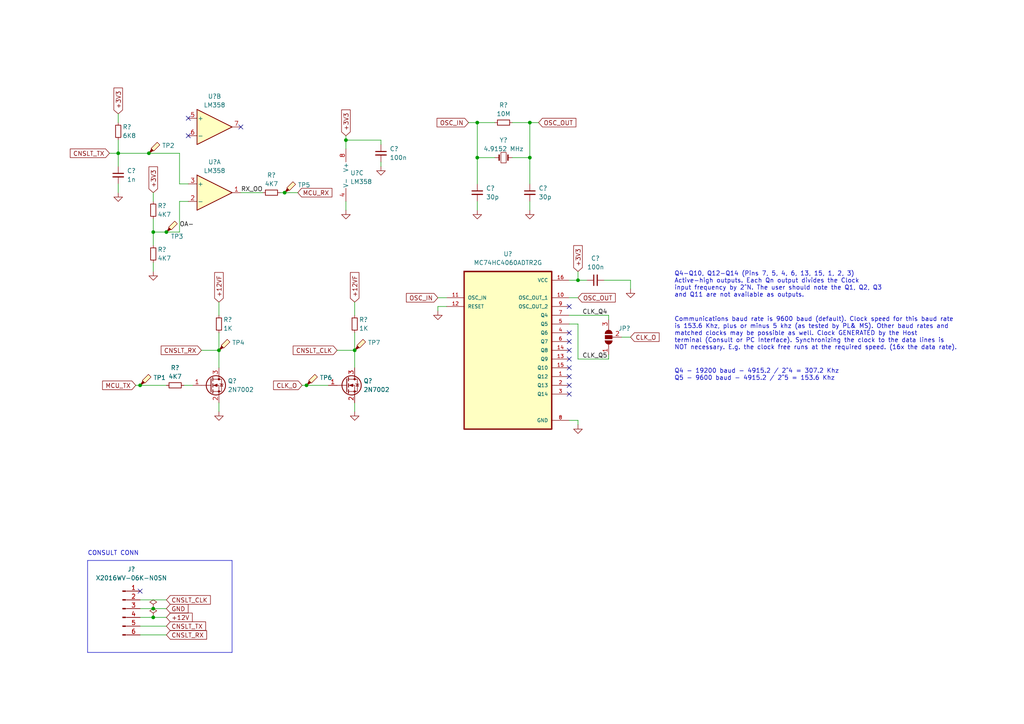
<source format=kicad_sch>
(kicad_sch (version 20230121) (generator eeschema)
  (paper "A4")
  (lib_symbols
    (symbol "Amplifier_Operational:LM358" (pin_names (offset 0.127))
      (property "Reference" "U" (at 0 5.08 0))
      (property "Value" "LM358" (at 0 -5.08 0))
      (symbol "LM358_1_1"
        (polyline (pts (xy -5.08 5.08) (xy 5.08 0) (xy -5.08 -5.08) (xy -5.08 5.08)) (stroke (width 0.254)) (fill (type background)))
        (pin output line (at 7.62 0 180) (length 2.54) (name "~") (number "1"))
        (pin input line (at -7.62 -2.54 0) (length 2.54) (name "-") (number "2"))
        (pin input line (at -7.62 2.54 0) (length 2.54) (name "+") (number "3"))
      )
      (symbol "LM358_2_1"
        (polyline (pts (xy -5.08 5.08) (xy 5.08 0) (xy -5.08 -5.08) (xy -5.08 5.08)) (stroke (width 0.254)) (fill (type background)))
        (pin input line (at -7.62 2.54 0) (length 2.54) (name "+") (number "5"))
        (pin input line (at -7.62 -2.54 0) (length 2.54) (name "-") (number "6"))
        (pin output line (at 7.62 0 180) (length 2.54) (name "~") (number "7"))
      )
      (symbol "LM358_3_1"
        (pin power_in line (at -2.54 -7.62 90) (length 3.81) (name "V-") (number "4"))
        (pin power_in line (at -2.54 7.62 270) (length 3.81) (name "V+") (number "8"))
      )
    )
    (symbol "Connector:Conn_01x06_Pin" (pin_names (offset 1.016) hide)
      (property "Reference" "J" (at 0 7.62 0))
      (property "Value" "Conn_01x06_Pin" (at 0 -10.16 0))
      (symbol "Conn_01x06_Pin_1_1"
        (polyline (pts (xy 1.27 -7.62) (xy 0.8636 -7.62)) (stroke (width 0.1524)))
        (polyline (pts (xy 1.27 -5.08) (xy 0.8636 -5.08)) (stroke (width 0.1524)))
        (polyline (pts (xy 1.27 -2.54) (xy 0.8636 -2.54)) (stroke (width 0.1524)))
        (polyline (pts (xy 1.27 0) (xy 0.8636 0)) (stroke (width 0.1524)))
        (polyline (pts (xy 1.27 2.54) (xy 0.8636 2.54)) (stroke (width 0.1524)))
        (polyline (pts (xy 1.27 5.08) (xy 0.8636 5.08)) (stroke (width 0.1524)))
        (rectangle (start 0.8636 -7.493) (end 0 -7.747) (stroke (width 0.1524)) (fill (type outline)))
        (rectangle (start 0.8636 -4.953) (end 0 -5.207) (stroke (width 0.1524)) (fill (type outline)))
        (rectangle (start 0.8636 -2.413) (end 0 -2.667) (stroke (width 0.1524)) (fill (type outline)))
        (rectangle (start 0.8636 0.127) (end 0 -0.127) (stroke (width 0.1524)) (fill (type outline)))
        (rectangle (start 0.8636 2.667) (end 0 2.413) (stroke (width 0.1524)) (fill (type outline)))
        (rectangle (start 0.8636 5.207) (end 0 4.953) (stroke (width 0.1524)) (fill (type outline)))
        (pin passive line (at 5.08 5.08 180) (length 3.81) (name "Pin_1") (number "1"))
        (pin passive line (at 5.08 2.54 180) (length 3.81) (name "Pin_2") (number "2"))
        (pin passive line (at 5.08 0 180) (length 3.81) (name "Pin_3") (number "3"))
        (pin passive line (at 5.08 -2.54 180) (length 3.81) (name "Pin_4") (number "4"))
        (pin passive line (at 5.08 -5.08 180) (length 3.81) (name "Pin_5") (number "5"))
        (pin passive line (at 5.08 -7.62 180) (length 3.81) (name "Pin_6") (number "6"))
      )
    )
    (symbol "Connector:TestPoint_Probe" (pin_numbers hide) (pin_names (offset 0.762) hide)
      (property "Reference" "TP" (at 1.651 5.842 0))
      (property "Value" "TestPoint_Probe" (at 1.651 4.064 0))
      (symbol "TestPoint_Probe_0_1"
        (polyline (pts (xy 1.27 0.762) (xy 0 0) (xy 0.762 1.27) (xy 1.27 0.762)) (fill (type outline)))
        (polyline (pts (xy 1.397 0.635) (xy 0.635 1.397) (xy 2.413 3.175) (xy 3.175 2.413) (xy 1.397 0.635)) (fill (type background)))
      )
      (symbol "TestPoint_Probe_1_1"
        (pin passive line (at 0 0 90) (length 0) (name "1") (number "1"))
      )
    )
    (symbol "Device:C_Small" (pin_numbers hide) (pin_names (offset 0.254) hide)
      (property "Reference" "C" (at 0.254 1.778 0))
      (property "Value" "C_Small" (at 0.254 -2.032 0))
      (symbol "C_Small_0_1"
        (polyline (pts (xy -1.524 -0.508) (xy 1.524 -0.508)) (stroke (width 0.3302)))
        (polyline (pts (xy -1.524 0.508) (xy 1.524 0.508)) (stroke (width 0.3048)))
      )
      (symbol "C_Small_1_1"
        (pin passive line (at 0 2.54 270) (length 2.032) (name "~") (number "1"))
        (pin passive line (at 0 -2.54 90) (length 2.032) (name "~") (number "2"))
      )
    )
    (symbol "Device:Crystal_Small" (pin_numbers hide) (pin_names (offset 1.016) hide)
      (property "Reference" "Y" (at 0 2.54 0))
      (property "Value" "Crystal_Small" (at 0 -2.54 0))
      (symbol "Crystal_Small_0_1"
        (rectangle (start -0.762 -1.524) (end 0.762 1.524))
        (polyline (pts (xy -1.27 -0.762) (xy -1.27 0.762)) (stroke (width 0.381)))
        (polyline (pts (xy 1.27 -0.762) (xy 1.27 0.762)) (stroke (width 0.381)))
      )
      (symbol "Crystal_Small_1_1"
        (pin passive line (at -2.54 0 0) (length 1.27) (name "1") (number "1"))
        (pin passive line (at 2.54 0 180) (length 1.27) (name "2") (number "2"))
      )
    )
    (symbol "Device:R_Small" (pin_numbers hide) (pin_names (offset 0.254) hide)
      (property "Reference" "R" (at 0.762 0.508 0))
      (property "Value" "R_Small" (at 0.762 -1.016 0))
      (symbol "R_Small_0_1"
        (rectangle (start -0.762 1.778) (end 0.762 -1.778) (stroke (width 0.2032)))
      )
      (symbol "R_Small_1_1"
        (pin passive line (at 0 2.54 270) (length 0.762) (name "~") (number "1"))
        (pin passive line (at 0 -2.54 90) (length 0.762) (name "~") (number "2"))
      )
    )
    (symbol "Jumper:SolderJumper_3_Open" (pin_names (offset 0) hide)
      (property "Reference" "JP" (at -2.54 -2.54 0))
      (property "Value" "SolderJumper_3_Open" (at 0 2.794 0))
      (symbol "SolderJumper_3_Open_0_1"
        (arc (start -1.016 1.016) (mid -2.0276 0) (end -1.016 -1.016))
        (arc (start -1.016 1.016) (mid -2.0276 0) (end -1.016 -1.016) (fill (type outline)))
        (rectangle (start -0.508 1.016) (end 0.508 -1.016) (fill (type outline)))
        (polyline (pts (xy -2.54 0) (xy -2.032 0)))
        (polyline (pts (xy -1.016 1.016) (xy -1.016 -1.016)))
        (polyline (pts (xy 0 -1.27) (xy 0 -1.016)))
        (polyline (pts (xy 1.016 1.016) (xy 1.016 -1.016)))
        (polyline (pts (xy 2.54 0) (xy 2.032 0)))
        (arc (start 1.016 -1.016) (mid 2.0276 0) (end 1.016 1.016))
        (arc (start 1.016 -1.016) (mid 2.0276 0) (end 1.016 1.016) (fill (type outline)))
      )
      (symbol "SolderJumper_3_Open_1_1"
        (pin passive line (at -5.08 0 0) (length 2.54) (name "A") (number "1"))
        (pin passive line (at 0 -3.81 90) (length 2.54) (name "C") (number "2"))
        (pin passive line (at 5.08 0 180) (length 2.54) (name "B") (number "3"))
      )
    )
    (symbol "Transistor_FET:2N7002" (pin_names hide)
      (property "Reference" "Q" (at 5.08 1.905 0))
      (property "Value" "2N7002" (at 5.08 0 0))
      (symbol "2N7002_0_1"
        (polyline (pts (xy 0.254 0) (xy -2.54 0)))
        (polyline (pts (xy 0.254 1.905) (xy 0.254 -1.905)) (stroke (width 0.254)))
        (polyline (pts (xy 0.762 -1.27) (xy 0.762 -2.286)) (stroke (width 0.254)))
        (polyline (pts (xy 0.762 0.508) (xy 0.762 -0.508)) (stroke (width 0.254)))
        (polyline (pts (xy 0.762 2.286) (xy 0.762 1.27)) (stroke (width 0.254)))
        (polyline (pts (xy 2.54 2.54) (xy 2.54 1.778)))
        (polyline (pts (xy 2.54 -2.54) (xy 2.54 0) (xy 0.762 0)))
        (polyline (pts (xy 0.762 -1.778) (xy 3.302 -1.778) (xy 3.302 1.778) (xy 0.762 1.778)))
        (polyline (pts (xy 1.016 0) (xy 2.032 0.381) (xy 2.032 -0.381) (xy 1.016 0)) (fill (type outline)))
        (polyline (pts (xy 2.794 0.508) (xy 2.921 0.381) (xy 3.683 0.381) (xy 3.81 0.254)))
        (polyline (pts (xy 3.302 0.381) (xy 2.921 -0.254) (xy 3.683 -0.254) (xy 3.302 0.381)))
        (circle (center 1.651 0) (radius 2.794) (stroke (width 0.254)))
        (circle (center 2.54 -1.778) (radius 0.254) (fill (type outline)))
        (circle (center 2.54 1.778) (radius 0.254) (fill (type outline)))
      )
      (symbol "2N7002_1_1"
        (pin input line (at -5.08 0 0) (length 2.54) (name "G") (number "1"))
        (pin passive line (at 2.54 -5.08 90) (length 2.54) (name "S") (number "2"))
        (pin passive line (at 2.54 5.08 270) (length 2.54) (name "D") (number "3"))
      )
    )
    (symbol "local:MC74HC4060ADG" (pin_names (offset 1.016))
      (property "Reference" "U" (at -12.7 23.86 0))
      (property "Value" "MC74HC4060ADG" (at -12.7 -26.86 0))
      (symbol "MC74HC4060ADG_0_0"
        (rectangle (start -12.7 -22.86) (end 12.7 22.86) (stroke (width 0.41)) (fill (type background)))
        (pin output line (at 17.78 -7.62 180) (length 5.08) (name "Q12") (number "1"))
        (pin output line (at 17.78 15.24 180) (length 5.08) (name "OSC_OUT_1") (number "10"))
        (pin input line (at -17.78 15.24 0) (length 5.08) (name "OSC_IN") (number "11"))
        (pin input line (at -17.78 12.7 0) (length 5.08) (name "RESET") (number "12"))
        (pin output line (at 17.78 -2.54 180) (length 5.08) (name "Q9") (number "13"))
        (pin output line (at 17.78 0 180) (length 5.08) (name "Q8") (number "14"))
        (pin output line (at 17.78 -5.08 180) (length 5.08) (name "Q10") (number "15"))
        (pin power_in line (at 17.78 20.32 180) (length 5.08) (name "VCC") (number "16"))
        (pin output line (at 17.78 -10.16 180) (length 5.08) (name "Q13") (number "2"))
        (pin output line (at 17.78 -12.7 180) (length 5.08) (name "Q14") (number "3"))
        (pin output line (at 17.78 5.08 180) (length 5.08) (name "Q6") (number "4"))
        (pin output line (at 17.78 7.62 180) (length 5.08) (name "Q5") (number "5"))
        (pin output line (at 17.78 2.54 180) (length 5.08) (name "Q7") (number "6"))
        (pin output line (at 17.78 10.16 180) (length 5.08) (name "Q4") (number "7"))
        (pin power_in line (at 17.78 -20.32 180) (length 5.08) (name "GND") (number "8"))
        (pin output line (at 17.78 12.7 180) (length 5.08) (name "OSC_OUT_2") (number "9"))
      )
    )
    (symbol "power:GND" (power) (pin_names (offset 0))
      (property "Value" "GND" (at 0 -3.81 0))
      (symbol "GND_0_1"
        (polyline (pts (xy 0 0) (xy 0 -1.27) (xy 1.27 -1.27) (xy 0 -2.54) (xy -1.27 -1.27) (xy 0 -1.27)))
      )
      (symbol "GND_1_1"
        (pin power_in line (at 0 0 270) (length 0) hide (name "GND") (number "1"))
      )
    )
    (symbol "power:PWR_FLAG" (power) (pin_numbers hide) (pin_names (offset 0) hide)
      (property "Value" "PWR_FLAG" (at 0 3.81 0))
      (symbol "PWR_FLAG_0_0"
        (pin power_out line (at 0 0 90) (length 0) (name "pwr") (number "1"))
      )
      (symbol "PWR_FLAG_0_1"
        (polyline (pts (xy 0 0) (xy 0 1.27) (xy -1.016 1.905) (xy 0 2.54) (xy 1.016 1.905) (xy 0 1.27)))
      )
    )
  )
  (junction (at 34.29 44.45))
  (junction (at 40.64 111.76))
  (junction (at 100.33 40.64))
  (junction (at 82.55 55.88))
  (junction (at 48.26 67.31))
  (junction (at 167.64 81.28))
  (junction (at 63.5 101.6))
  (junction (at 43.18 44.45))
  (junction (at 88.9 111.76))
  (junction (at 44.45 67.31))
  (junction (at 153.67 35.56))
  (junction (at 44.45 179.07))
  (junction (at 138.43 45.72))
  (junction (at 138.43 35.56))
  (junction (at 153.67 45.72))
  (junction (at 44.45 176.53))
  (junction (at 102.87 101.6))
  (no_connect (at 165.1 111.76))
  (no_connect (at 54.61 34.29))
  (no_connect (at 165.1 114.3))
  (no_connect (at 165.1 106.68))
  (no_connect (at 165.1 88.9))
  (no_connect (at 69.85 36.83))
  (no_connect (at 54.61 39.37))
  (no_connect (at 165.1 99.06))
  (no_connect (at 165.1 96.52))
  (no_connect (at 165.1 104.14))
  (no_connect (at 165.1 101.6))
  (no_connect (at 165.1 109.22))
  (no_connect (at 40.64 171.45))
  (wire (pts (xy 100.33 60.96) (xy 100.33 58.42)))
  (wire (pts (xy 63.5 101.6) (xy 58.42 101.6)))
  (wire (pts (xy 43.18 44.45) (xy 52.07 44.45)))
  (wire (pts (xy 176.53 91.44) (xy 176.53 92.71)))
  (wire (pts (xy 167.64 81.28) (xy 170.18 81.28)))
  (wire (pts (xy 44.45 67.31) (xy 44.45 71.12)))
  (wire (pts (xy 82.55 55.88) (xy 86.36 55.88)))
  (wire (pts (xy 31.75 44.45) (xy 34.29 44.45)))
  (wire (pts (xy 110.49 41.91) (xy 110.49 40.64)))
  (wire (pts (xy 148.59 35.56) (xy 153.67 35.56)))
  (wire (pts (xy 63.5 87.63) (xy 63.5 91.44)))
  (wire (pts (xy 148.59 45.72) (xy 153.67 45.72)))
  (polyline (pts (xy 25.4 189.23) (xy 25.4 162.56)))
  (wire (pts (xy 87.63 111.76) (xy 88.9 111.76)))
  (wire (pts (xy 102.87 119.38) (xy 102.87 116.84)))
  (wire (pts (xy 100.33 39.37) (xy 100.33 40.64)))
  (wire (pts (xy 34.29 40.64) (xy 34.29 44.45)))
  (wire (pts (xy 53.34 111.76) (xy 55.88 111.76)))
  (wire (pts (xy 54.61 58.42) (xy 52.07 58.42)))
  (wire (pts (xy 40.64 111.76) (xy 48.26 111.76)))
  (wire (pts (xy 167.64 121.92) (xy 167.64 123.19)))
  (wire (pts (xy 138.43 35.56) (xy 143.51 35.56)))
  (wire (pts (xy 167.64 104.14) (xy 176.53 104.14)))
  (wire (pts (xy 153.67 58.42) (xy 153.67 60.96)))
  (wire (pts (xy 167.64 93.98) (xy 167.64 104.14)))
  (wire (pts (xy 102.87 101.6) (xy 97.79 101.6)))
  (wire (pts (xy 100.33 40.64) (xy 110.49 40.64)))
  (wire (pts (xy 138.43 45.72) (xy 138.43 53.34)))
  (polyline (pts (xy 67.31 162.56) (xy 67.31 189.23)))
  (wire (pts (xy 165.1 121.92) (xy 167.64 121.92)))
  (wire (pts (xy 44.45 76.2) (xy 44.45 78.74)))
  (wire (pts (xy 127 88.9) (xy 129.54 88.9)))
  (wire (pts (xy 153.67 35.56) (xy 156.21 35.56)))
  (wire (pts (xy 69.85 55.88) (xy 76.2 55.88)))
  (wire (pts (xy 44.45 179.07) (xy 48.26 179.07)))
  (wire (pts (xy 165.1 86.36) (xy 167.64 86.36)))
  (wire (pts (xy 48.26 67.31) (xy 52.07 67.31)))
  (wire (pts (xy 138.43 45.72) (xy 143.51 45.72)))
  (polyline (pts (xy 67.31 189.23) (xy 25.4 189.23)))
  (wire (pts (xy 153.67 53.34) (xy 153.67 45.72)))
  (wire (pts (xy 63.5 106.68) (xy 63.5 101.6)))
  (wire (pts (xy 44.45 67.31) (xy 48.26 67.31)))
  (wire (pts (xy 127 90.17) (xy 127 88.9)))
  (wire (pts (xy 39.37 111.76) (xy 40.64 111.76)))
  (wire (pts (xy 138.43 35.56) (xy 138.43 45.72)))
  (wire (pts (xy 153.67 45.72) (xy 153.67 35.56)))
  (wire (pts (xy 175.26 81.28) (xy 182.88 81.28)))
  (wire (pts (xy 63.5 96.52) (xy 63.5 101.6)))
  (wire (pts (xy 34.29 33.02) (xy 34.29 35.56)))
  (wire (pts (xy 34.29 44.45) (xy 34.29 48.26)))
  (wire (pts (xy 167.64 81.28) (xy 165.1 81.28)))
  (wire (pts (xy 40.64 176.53) (xy 44.45 176.53)))
  (wire (pts (xy 182.88 81.28) (xy 182.88 83.82)))
  (wire (pts (xy 44.45 176.53) (xy 48.26 176.53)))
  (wire (pts (xy 52.07 58.42) (xy 52.07 67.31)))
  (wire (pts (xy 88.9 111.76) (xy 95.25 111.76)))
  (wire (pts (xy 110.49 46.99) (xy 110.49 48.26)))
  (wire (pts (xy 100.33 40.64) (xy 100.33 43.18)))
  (wire (pts (xy 34.29 44.45) (xy 43.18 44.45)))
  (polyline (pts (xy 25.4 162.56) (xy 67.31 162.56)))
  (wire (pts (xy 44.45 55.88) (xy 44.45 58.42)))
  (wire (pts (xy 48.26 173.99) (xy 40.64 173.99)))
  (wire (pts (xy 165.1 91.44) (xy 176.53 91.44)))
  (wire (pts (xy 167.64 78.74) (xy 167.64 81.28)))
  (wire (pts (xy 127 86.36) (xy 129.54 86.36)))
  (wire (pts (xy 102.87 96.52) (xy 102.87 101.6)))
  (wire (pts (xy 44.45 63.5) (xy 44.45 67.31)))
  (wire (pts (xy 34.29 53.34) (xy 34.29 55.88)))
  (wire (pts (xy 40.64 179.07) (xy 44.45 179.07)))
  (wire (pts (xy 102.87 106.68) (xy 102.87 101.6)))
  (wire (pts (xy 40.64 184.15) (xy 48.26 184.15)))
  (wire (pts (xy 54.61 53.34) (xy 52.07 53.34)))
  (wire (pts (xy 102.87 87.63) (xy 102.87 91.44)))
  (wire (pts (xy 138.43 58.42) (xy 138.43 60.96)))
  (wire (pts (xy 81.28 55.88) (xy 82.55 55.88)))
  (wire (pts (xy 52.07 53.34) (xy 52.07 44.45)))
  (wire (pts (xy 40.64 181.61) (xy 48.26 181.61)))
  (wire (pts (xy 182.88 97.79) (xy 180.34 97.79)))
  (wire (pts (xy 176.53 104.14) (xy 176.53 102.87)))
  (wire (pts (xy 63.5 119.38) (xy 63.5 116.84)))
  (wire (pts (xy 135.89 35.56) (xy 138.43 35.56)))
  (wire (pts (xy 165.1 93.98) (xy 167.64 93.98)))
  (text "Q4 - 19200 baud - 4915.2 / 2^4 = 307.2 Khz\nQ5 - 9600 baud - 4915.2 / 2^5 = 153.6 Khz\n" (at 195.58 110.49 0) (effects (font (size 1.27 1.27)) (justify left bottom)))
  (text "CONSULT CONN" (at 25.4 161.29 0) (effects (font (size 1.27 1.27)) (justify left bottom)))
  (text "Q4-Q10, Q12−Q14 (Pins 7, 5, 4, 6, 13, 15, 1, 2, 3)\nActive−high outputs. Each Qn output divides the Clock\ninput frequency by 2^N. The user should note the Q1, Q2, Q3\nand Q11 are not available as outputs." (at 195.58 86.36 0) (effects (font (size 1.27 1.27)) (justify left bottom)))
  (text "Communications baud rate is 9600 baud (default). Clock speed for this baud rate\nis 153.6 Khz, plus or minus 5 khz (as tested by PL& MS). Other baud rates and\nmatched clocks may be possible as well. Clock GENERATED by the Host\nterminal (Consult or PC Interface). Synchronizing the clock to the data lines is\nNOT necessary. E.g. the clock free runs at the required speed. (16x the data rate)." (at 195.58 101.6 0) (effects (font (size 1.27 1.27)) (justify left bottom)))
  (label "CLK_Q5" (at 168.91 104.14 0))
  (label "OA-" (at 52.07 66.04 0))
  (label "CLK_Q4" (at 168.91 91.44 0))
  (label "RX_OO" (at 76.2 55.88 180))
  (global_label "+12VF" (shape input) (at 63.5 87.63 90) (property "Intersheetrefs" "${INTERSHEET_REFS}" (effects hide)))
  (global_label "+3V3" (shape input) (at 34.29 33.02 90) (property "Intersheetrefs" "${INTERSHEET_REFS}" (effects hide)))
  (global_label "MCU_TX" (shape input) (at 39.37 111.76 180) (property "Intersheetrefs" "${INTERSHEET_REFS}" (effects hide)))
  (global_label "+3V3" (shape input) (at 100.33 39.37 90) (property "Intersheetrefs" "${INTERSHEET_REFS}" (effects hide)))
  (global_label "CNSLT_CLK" (shape input) (at 97.79 101.6 180) (property "Intersheetrefs" "${INTERSHEET_REFS}" (effects hide)))
  (global_label "OSC_OUT" (shape input) (at 156.21 35.56 0) (property "Intersheetrefs" "${INTERSHEET_REFS}" (effects hide)))
  (global_label "+3V3" (shape input) (at 44.45 55.88 90) (property "Intersheetrefs" "${INTERSHEET_REFS}" (effects hide)))
  (global_label "CLK_O" (shape input) (at 87.63 111.76 180) (property "Intersheetrefs" "${INTERSHEET_REFS}" (effects hide)))
  (global_label "MCU_RX" (shape input) (at 86.36 55.88 0) (property "Intersheetrefs" "${INTERSHEET_REFS}" (effects hide)))
  (global_label "+12VF" (shape input) (at 102.87 87.63 90) (property "Intersheetrefs" "${INTERSHEET_REFS}" (effects hide)))
  (global_label "CNSLT_CLK" (shape input) (at 48.26 173.99 0) (property "Intersheetrefs" "${INTERSHEET_REFS}" (effects hide)))
  (global_label "OSC_IN" (shape input) (at 127 86.36 180) (property "Intersheetrefs" "${INTERSHEET_REFS}" (effects hide)))
  (global_label "+3V3" (shape input) (at 167.64 78.74 90) (property "Intersheetrefs" "${INTERSHEET_REFS}" (effects hide)))
  (global_label "CNSLT_RX" (shape input) (at 48.26 184.15 0) (property "Intersheetrefs" "${INTERSHEET_REFS}" (effects hide)))
  (global_label "CNSLT_TX" (shape input) (at 31.75 44.45 180) (property "Intersheetrefs" "${INTERSHEET_REFS}" (effects hide)))
  (global_label "CLK_O" (shape input) (at 182.88 97.79 0) (property "Intersheetrefs" "${INTERSHEET_REFS}" (effects hide)))
  (global_label "+12V" (shape input) (at 48.26 179.07 0) (property "Intersheetrefs" "${INTERSHEET_REFS}" (effects hide)))
  (global_label "OSC_IN" (shape input) (at 135.89 35.56 180) (property "Intersheetrefs" "${INTERSHEET_REFS}" (effects hide)))
  (global_label "CNSLT_RX" (shape input) (at 58.42 101.6 180) (property "Intersheetrefs" "${INTERSHEET_REFS}" (effects hide)))
  (global_label "CNSLT_TX" (shape input) (at 48.26 181.61 0) (property "Intersheetrefs" "${INTERSHEET_REFS}" (effects hide)))
  (global_label "OSC_OUT" (shape input) (at 167.64 86.36 0) (property "Intersheetrefs" "${INTERSHEET_REFS}" (effects hide)))
  (global_label "GND" (shape input) (at 48.26 176.53 0) (property "Intersheetrefs" "${INTERSHEET_REFS}" (effects hide)))
  (symbol (lib_id "Connector:TestPoint_Probe") (at 43.18 44.45 0) (unit 1)
    (property "Reference" "TP2" (at 46.99 42.2275 0) (effects (justify left)))
    (property "Value" "TestPoint_Probe" (effects hide))
    (property "Footprint" "local:KEYSTONE_5015" (effects hide))
  )
  (symbol (lib_id "Device:R_Small") (at 34.29 38.1 180) (unit 1)
    (property "Reference" "R?" (at 35.56 36.83 0) (effects (justify right)))
    (property "Value" "6K8" (at 35.56 39.37 0) (effects (justify right)))
    (property "Footprint" "Resistor_SMD:R_0603_1608Metric" (effects hide))
    (instances (project "cansult" (path "" (reference "R?") (unit 1)) (path "" (reference "R1") (unit 1)) (path "" (reference "R?") (unit 1))))
  )
  (symbol (lib_id "Device:R_Small") (at 102.87 93.98 180) (unit 1)
    (property "Reference" "R?" (at 104.14 92.71 0) (effects (justify right)))
    (property "Value" "1K" (at 104.14 95.25 0) (effects (justify right)))
    (property "Footprint" "Resistor_SMD:R_0603_1608Metric" (effects hide))
    (instances (project "cansult" (path "" (reference "R?") (unit 1)) (path "" (reference "R7") (unit 1)) (path "" (reference "R?") (unit 1))))
  )
  (symbol (lib_id "Device:R_Small") (at 78.74 55.88 90) (unit 1)
    (property "Reference" "R?" (at 78.74 50.8 90))
    (property "Value" "4K7" (at 78.74 53.34 90))
    (property "Footprint" "Resistor_SMD:R_0603_1608Metric" (effects hide))
    (instances (project "cansult" (path "" (reference "R?") (unit 1)) (path "" (reference "R6") (unit 1)) (path "" (reference "R?") (unit 1))))
  )
  (symbol (lib_id "Amplifier_Operational:LM358") (at 62.23 36.83 0) (unit 2)
    (property "Reference" "U?" (at 62.23 27.94 0))
    (property "Value" "LM358" (at 62.23 30.48 0))
    (property "Footprint" "Package_SO:SOIC-8_3.9x4.9mm_P1.27mm" (effects hide))
    (property "Datasheet" "http://www.ti.com/lit/ds/symlink/lm2904-n.pdf" (effects hide))
    (instances (project "cansult" (path "" (reference "U?") (unit 2)) (path "" (reference "U1") (unit 2)) (path "" (reference "U?") (unit 2))))
  )
  (symbol (lib_id "Device:C_Small") (at 153.67 55.88 0) (unit 1)
    (property "Reference" "C?" (at 156.21 54.61 0) (effects (justify left)))
    (property "Value" "30p" (at 156.21 57.15 0) (effects (justify left)))
    (property "Footprint" "Capacitor_SMD:C_0402_1005Metric" (effects hide))
    (instances (project "cansult" (path "" (reference "C?") (unit 1)) (path "" (reference "C4") (unit 1)) (path "" (reference "C?") (unit 1))))
  )
  (symbol (lib_id "Connector:TestPoint_Probe") (at 40.64 111.76 0) (unit 1)
    (property "Reference" "TP1" (at 44.45 109.5375 0) (effects (justify left)))
    (property "Value" "TestPoint_Probe" (effects hide))
    (property "Footprint" "local:KEYSTONE_5015" (effects hide))
  )
  (symbol (lib_id "power:GND") (at 110.49 48.26 0) (unit 1)
    (property "Reference" "#PWR?" (effects hide))
    (property "Value" "GND" (effects hide))
    (instances (project "cansult" (path "" (reference "#PWR?") (unit 1)) (path "" (reference "#PWR06") (unit 1)) (path "" (reference "#PWR?") (unit 1))))
  )
  (symbol (lib_id "Device:C_Small") (at 172.72 81.28 90) (unit 1)
    (property "Reference" "C?" (at 173.99 74.93 90) (effects (justify left)))
    (property "Value" "100n" (at 175.26 77.47 90) (effects (justify left)))
    (property "Footprint" "Capacitor_SMD:C_0603_1608Metric" (effects hide))
    (instances (project "cansult" (path "" (reference "C?") (unit 1)) (path "" (reference "C5") (unit 1)) (path "" (reference "C?") (unit 1))))
  )
  (symbol (lib_id "Connector:TestPoint_Probe") (at 48.26 67.31 0) (unit 1)
    (property "Reference" "TP3" (at 49.53 68.58 0) (effects (justify left)))
    (property "Value" "TestPoint_Probe" (effects hide))
    (property "Footprint" "local:KEYSTONE_5015" (effects hide))
  )
  (symbol (lib_id "power:GND") (at 34.29 55.88 0) (unit 1)
    (property "Reference" "#PWR?" (effects hide))
    (property "Value" "GND" (effects hide))
    (instances (project "cansult" (path "" (reference "#PWR?") (unit 1)) (path "" (reference "#PWR01") (unit 1)) (path "" (reference "#PWR?") (unit 1))))
  )
  (symbol (lib_id "Device:R_Small") (at 44.45 60.96 180) (unit 1)
    (property "Reference" "R?" (at 45.72 59.69 0) (effects (justify right)))
    (property "Value" "4K7" (at 45.72 62.23 0) (effects (justify right)))
    (property "Footprint" "Resistor_SMD:R_0603_1608Metric" (effects hide))
    (instances (project "cansult" (path "" (reference "R?") (unit 1)) (path "" (reference "R2") (unit 1)) (path "" (reference "R?") (unit 1))))
  )
  (symbol (lib_id "power:GND") (at 182.88 83.82 0) (unit 1)
    (property "Reference" "#PWR?" (effects hide))
    (property "Value" "GND" (effects hide))
    (instances (project "cansult" (path "" (reference "#PWR?") (unit 1)) (path "" (reference "#PWR011") (unit 1)) (path "" (reference "#PWR?") (unit 1))))
  )
  (symbol (lib_id "Amplifier_Operational:LM358") (at 62.23 55.88 0) (unit 1)
    (property "Reference" "U?" (at 62.23 46.99 0))
    (property "Value" "LM358" (at 62.23 49.53 0))
    (property "Footprint" "Package_SO:SOIC-8_3.9x4.9mm_P1.27mm" (effects hide))
    (property "Datasheet" "http://www.ti.com/lit/ds/symlink/lm2904-n.pdf" (effects hide))
    (instances (project "cansult" (path "" (reference "U?") (unit 1)) (path "" (reference "U1") (unit 1)) (path "" (reference "U?") (unit 1))))
  )
  (symbol (lib_id "Transistor_FET:2N7002") (at 100.33 111.76 0) (unit 1)
    (property "Reference" "Q?" (at 105.41 110.49 0) (effects (justify left)))
    (property "Value" "2N7002" (at 105.41 113.03 0) (effects (justify left)))
    (property "Footprint" "Package_TO_SOT_SMD:SOT-23" (effects hide))
    (property "Datasheet" "https://www.onsemi.com/pub/Collateral/NDS7002A-D.PDF" (effects hide))
    (instances (project "cansult" (path "" (reference "Q?") (unit 1)) (path "" (reference "Q2") (unit 1)) (path "" (reference "Q?") (unit 1))))
  )
  (symbol (lib_id "Connector:TestPoint_Probe") (at 63.5 101.6 0) (unit 1)
    (property "Reference" "TP4" (at 67.31 99.3775 0) (effects (justify left)))
    (property "Value" "TestPoint_Probe" (effects hide))
    (property "Footprint" "local:KEYSTONE_5015" (effects hide))
  )
  (symbol (lib_id "Device:C_Small") (at 110.49 44.45 0) (unit 1)
    (property "Reference" "C?" (at 113.03 43.18 0) (effects (justify left)))
    (property "Value" "100n" (at 113.03 45.72 0) (effects (justify left)))
    (property "Footprint" "Capacitor_SMD:C_0603_1608Metric" (effects hide))
    (instances (project "cansult" (path "" (reference "C?") (unit 1)) (path "" (reference "C2") (unit 1)) (path "" (reference "C?") (unit 1))))
  )
  (symbol (lib_id "Connector:TestPoint_Probe") (at 88.9 111.76 0) (unit 1)
    (property "Reference" "TP6" (at 92.71 109.5375 0) (effects (justify left)))
    (property "Value" "TestPoint_Probe" (effects hide))
    (property "Footprint" "local:KEYSTONE_5015" (effects hide))
  )
  (symbol (lib_id "power:GND") (at 153.67 60.96 0) (unit 1)
    (property "Reference" "#PWR?" (effects hide))
    (property "Value" "GND" (effects hide))
    (instances (project "cansult" (path "" (reference "#PWR?") (unit 1)) (path "" (reference "#PWR09") (unit 1)) (path "" (reference "#PWR?") (unit 1))))
  )
  (symbol (lib_id "power:GND") (at 167.64 123.19 0) (unit 1)
    (property "Reference" "#PWR?" (effects hide))
    (property "Value" "GND" (effects hide))
    (instances (project "cansult" (path "" (reference "#PWR?") (unit 1)) (path "" (reference "#PWR010") (unit 1)) (path "" (reference "#PWR?") (unit 1))))
  )
  (symbol (lib_id "power:PWR_FLAG") (at 44.45 179.07 0) (unit 1)
    (property "Reference" "#FLG02" (effects hide))
    (property "Value" "PWR_FLAG" (effects hide))
  )
  (symbol (lib_id "Transistor_FET:2N7002") (at 60.96 111.76 0) (unit 1)
    (property "Reference" "Q?" (at 66.04 110.49 0) (effects (justify left)))
    (property "Value" "2N7002" (at 66.04 113.03 0) (effects (justify left)))
    (property "Footprint" "Package_TO_SOT_SMD:SOT-23" (effects hide))
    (property "Datasheet" "https://www.onsemi.com/pub/Collateral/NDS7002A-D.PDF" (effects hide))
    (instances (project "cansult" (path "" (reference "Q?") (unit 1)) (path "" (reference "Q1") (unit 1)) (path "" (reference "Q?") (unit 1))))
  )
  (symbol (lib_id "local:MC74HC4060ADG") (at 147.32 101.6 0) (unit 1)
    (property "Reference" "U?" (at 147.32 73.66 0))
    (property "Value" "MC74HC4060ADTR2G" (at 147.32 76.2 0))
    (property "Footprint" "Package_SO:TSSOP-16_4.4x5mm_P0.65mm" (effects hide))
    (instances (project "cansult" (path "" (reference "U?") (unit 1)) (path "" (reference "U2") (unit 1)) (path "" (reference "U?") (unit 1))))
  )
  (symbol (lib_id "Jumper:SolderJumper_3_Open") (at 176.53 97.79 90) (unit 1)
    (property "Reference" "JP?" (at 182.88 95.25 90) (effects (justify left)))
    (property "Value" "SolderJumper_3_Open" (effects hide))
    (property "Footprint" "Jumper:SolderJumper-3_P2.0mm_Open_TrianglePad1.0x1.5mm_NumberLabels" (effects hide))
    (instances (project "cansult" (path "" (reference "JP?") (unit 1)) (path "" (reference "JP1") (unit 1)) (path "" (reference "JP?") (unit 1))))
  )
  (symbol (lib_id "Connector:TestPoint_Probe") (at 102.87 101.6 0) (unit 1)
    (property "Reference" "TP7" (at 106.68 99.3775 0) (effects (justify left)))
    (property "Value" "TestPoint_Probe" (effects hide))
    (property "Footprint" "local:KEYSTONE_5015" (effects hide))
  )
  (symbol (lib_id "power:GND") (at 44.45 78.74 0) (unit 1)
    (property "Reference" "#PWR?" (effects hide))
    (property "Value" "GND" (effects hide))
    (instances (project "cansult" (path "" (reference "#PWR?") (unit 1)) (path "" (reference "#PWR02") (unit 1)) (path "" (reference "#PWR?") (unit 1))))
  )
  (symbol (lib_id "Device:R_Small") (at 50.8 111.76 90) (unit 1)
    (property "Reference" "R?" (at 50.8 106.68 90))
    (property "Value" "4K7" (at 50.8 109.22 90))
    (property "Footprint" "Resistor_SMD:R_0603_1608Metric" (effects hide))
    (instances (project "cansult" (path "" (reference "R?") (unit 1)) (path "" (reference "R4") (unit 1)) (path "" (reference "R?") (unit 1))))
  )
  (symbol (lib_id "power:GND") (at 102.87 119.38 0) (unit 1)
    (property "Reference" "#PWR?" (effects hide))
    (property "Value" "GND" (effects hide))
    (instances (project "cansult" (path "" (reference "#PWR?") (unit 1)) (path "" (reference "#PWR05") (unit 1)) (path "" (reference "#PWR?") (unit 1))))
  )
  (symbol (lib_id "Device:R_Small") (at 63.5 93.98 180) (unit 1)
    (property "Reference" "R?" (at 64.77 92.71 0) (effects (justify right)))
    (property "Value" "1K" (at 64.77 95.25 0) (effects (justify right)))
    (property "Footprint" "Resistor_SMD:R_0603_1608Metric" (effects hide))
    (instances (project "cansult" (path "" (reference "R?") (unit 1)) (path "" (reference "R5") (unit 1)) (path "" (reference "R?") (unit 1))))
  )
  (symbol (lib_id "power:GND") (at 127 90.17 0) (unit 1)
    (property "Reference" "#PWR?" (effects hide))
    (property "Value" "GND" (effects hide))
    (instances (project "cansult" (path "" (reference "#PWR?") (unit 1)) (path "" (reference "#PWR07") (unit 1)) (path "" (reference "#PWR?") (unit 1))))
  )
  (symbol (lib_id "Device:R_Small") (at 146.05 35.56 90) (unit 1)
    (property "Reference" "R?" (at 146.05 30.48 90))
    (property "Value" "10M" (at 146.05 33.02 90))
    (property "Footprint" "Resistor_SMD:R_0603_1608Metric" (effects hide))
    (instances (project "cansult" (path "" (reference "R?") (unit 1)) (path "" (reference "R8") (unit 1)) (path "" (reference "R?") (unit 1))))
  )
  (symbol (lib_id "power:PWR_FLAG") (at 44.45 176.53 0) (unit 1)
    (property "Reference" "#FLG01" (effects hide))
    (property "Value" "PWR_FLAG" (effects hide))
  )
  (symbol (lib_id "Device:R_Small") (at 44.45 73.66 180) (unit 1)
    (property "Reference" "R?" (at 45.72 72.39 0) (effects (justify right)))
    (property "Value" "4K7" (at 45.72 74.93 0) (effects (justify right)))
    (property "Footprint" "Resistor_SMD:R_0603_1608Metric" (effects hide))
    (instances (project "cansult" (path "" (reference "R?") (unit 1)) (path "" (reference "R3") (unit 1)) (path "" (reference "R?") (unit 1))))
  )
  (symbol (lib_id "power:GND") (at 138.43 60.96 0) (unit 1)
    (property "Reference" "#PWR?" (effects hide))
    (property "Value" "GND" (effects hide))
    (instances (project "cansult" (path "" (reference "#PWR?") (unit 1)) (path "" (reference "#PWR08") (unit 1)) (path "" (reference "#PWR?") (unit 1))))
  )
  (symbol (lib_id "power:GND") (at 100.33 60.96 0) (unit 1)
    (property "Reference" "#PWR?" (effects hide))
    (property "Value" "GND" (effects hide))
    (instances (project "cansult" (path "" (reference "#PWR?") (unit 1)) (path "" (reference "#PWR04") (unit 1)) (path "" (reference "#PWR?") (unit 1))))
  )
  (symbol (lib_id "Device:Crystal_Small") (at 146.05 45.72 0) (unit 1)
    (property "Reference" "Y?" (at 146.05 40.64 0))
    (property "Value" "4.9152 MHz" (at 146.05 43.18 0))
    (property "Footprint" "Crystal:Crystal_HC49-4H_Vertical" (effects hide))
    (instances (project "cansult" (path "" (reference "Y?") (unit 1)) (path "" (reference "Y1") (unit 1)) (path "" (reference "Y?") (unit 1))))
  )
  (symbol (lib_id "Connector:Conn_01x06_Pin") (at 35.56 176.53 0) (unit 1)
    (property "Reference" "J?" (at 38.1 165.1 0))
    (property "Value" "X2016WV-06K-N0SN" (at 38.1 167.64 0))
    (property "Footprint" "Connector_JST:JST_PH_B6B-PH-K_1x06_P2.00mm_Vertical" (effects hide))
    (instances (project "cansult" (path "" (reference "J?") (unit 1)) (path "" (reference "J1") (unit 1))))
  )
  (symbol (lib_id "Amplifier_Operational:LM358") (at 102.87 50.8 0) (unit 3)
    (property "Reference" "U?" (at 101.6 50.165 0) (effects (justify left)))
    (property "Value" "LM358" (at 101.6 52.705 0) (effects (justify left)))
    (property "Footprint" "Package_SO:SOIC-8_3.9x4.9mm_P1.27mm" (effects hide))
    (property "Datasheet" "http://www.ti.com/lit/ds/symlink/lm2904-n.pdf" (effects hide))
    (instances (project "cansult" (path "" (reference "U?") (unit 3)) (path "" (reference "U1") (unit 3)) (path "" (reference "U?") (unit 3))))
  )
  (symbol (lib_id "Device:C_Small") (at 34.29 50.8 0) (unit 1)
    (property "Reference" "C?" (at 36.83 49.53 0) (effects (justify left)))
    (property "Value" "1n" (at 36.83 52.07 0) (effects (justify left)))
    (property "Footprint" "Capacitor_SMD:C_0603_1608Metric" (effects hide))
    (instances (project "cansult" (path "" (reference "C?") (unit 1)) (path "" (reference "C1") (unit 1)) (path "" (reference "C?") (unit 1))))
  )
  (symbol (lib_id "power:GND") (at 63.5 119.38 0) (unit 1)
    (property "Reference" "#PWR?" (effects hide))
    (property "Value" "GND" (effects hide))
    (instances (project "cansult" (path "" (reference "#PWR?") (unit 1)) (path "" (reference "#PWR03") (unit 1)) (path "" (reference "#PWR?") (unit 1))))
  )
  (symbol (lib_id "Device:C_Small") (at 138.43 55.88 0) (unit 1)
    (property "Reference" "C?" (at 140.97 54.61 0) (effects (justify left)))
    (property "Value" "30p" (at 140.97 57.15 0) (effects (justify left)))
    (property "Footprint" "Capacitor_SMD:C_0402_1005Metric" (effects hide))
    (instances (project "cansult" (path "" (reference "C?") (unit 1)) (path "" (reference "C3") (unit 1)) (path "" (reference "C?") (unit 1))))
  )
  (symbol (lib_id "Connector:TestPoint_Probe") (at 82.55 55.88 0) (unit 1)
    (property "Reference" "TP5" (at 86.36 53.6575 0) (effects (justify left)))
    (property "Value" "TestPoint_Probe" (effects hide))
    (property "Footprint" "local:KEYSTONE_5015" (effects hide))
  )
)
</source>
